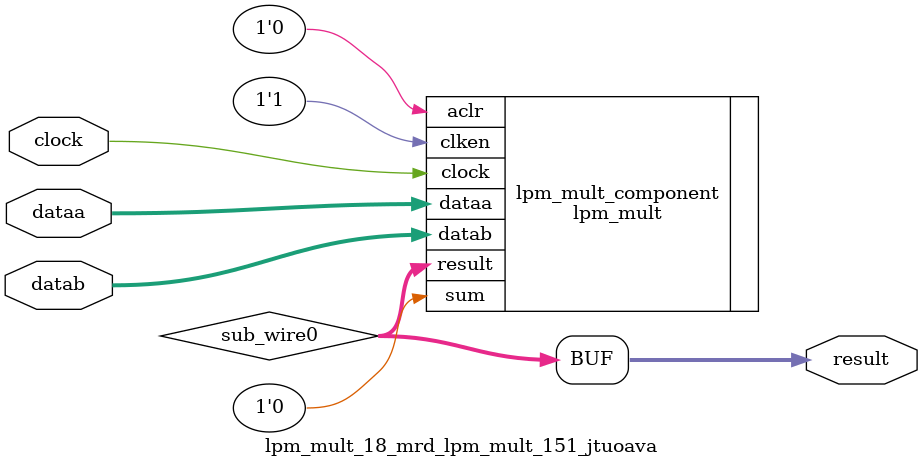
<source format=v>


`timescale 1 ps / 1 ps
// synopsys translate_on
module  lpm_mult_18_mrd_lpm_mult_151_jtuoava  (
            clock,
            dataa,
            datab,
            result);

            input  clock;
            input [17:0] dataa;
            input [17:0] datab;
            output [35:0] result;

            wire [35:0] sub_wire0;
            wire [35:0] result = sub_wire0[35:0];    

            lpm_mult        lpm_mult_component (
                                        .clock (clock),
                                        .dataa (dataa),
                                        .datab (datab),
                                        .result (sub_wire0),
                                        .aclr (1'b0),
                                        .clken (1'b1),
                                        .sum (1'b0));
            defparam
                    lpm_mult_component.lpm_hint = "DEDICATED_MULTIPLIER_CIRCUITRY=YES,MAXIMIZE_SPEED=9",
                    lpm_mult_component.lpm_pipeline = 2,
                    lpm_mult_component.lpm_representation = "SIGNED",
                    lpm_mult_component.lpm_type = "LPM_MULT",
                    lpm_mult_component.lpm_widtha = 18,
                    lpm_mult_component.lpm_widthb = 18,
                    lpm_mult_component.lpm_widthp = 36;


endmodule



</source>
